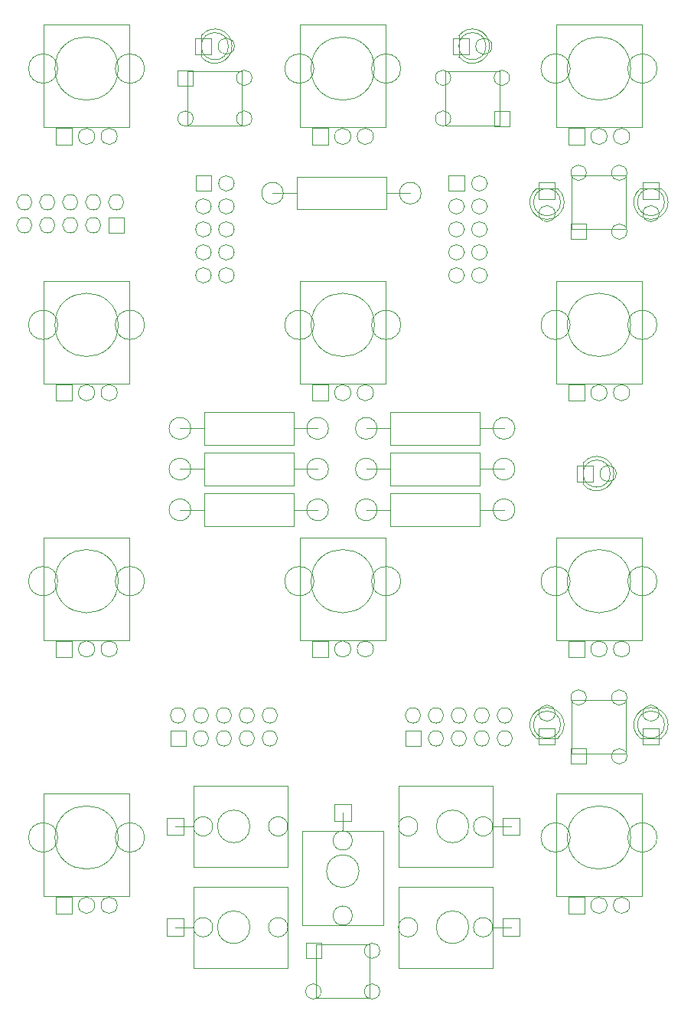
<source format=gbr>
%TF.GenerationSoftware,KiCad,Pcbnew,7.0.1*%
%TF.CreationDate,2023-10-25T20:50:30-07:00*%
%TF.ProjectId,daisy_ampsim_euro_pcb,64616973-795f-4616-9d70-73696d5f6575,rev?*%
%TF.SameCoordinates,Original*%
%TF.FileFunction,AssemblyDrawing,Top*%
%FSLAX46Y46*%
G04 Gerber Fmt 4.6, Leading zero omitted, Abs format (unit mm)*
G04 Created by KiCad (PCBNEW 7.0.1) date 2023-10-25 20:50:30*
%MOMM*%
%LPD*%
G01*
G04 APERTURE LIST*
%ADD10C,0.100000*%
G04 APERTURE END LIST*
D10*
%TO.C,R1*%
X87620000Y-63000000D02*
X84950000Y-63000000D01*
X84950000Y-64800000D02*
X84950000Y-61200000D01*
X84950000Y-61200000D02*
X75050000Y-61200000D01*
X75050000Y-64800000D02*
X84950000Y-64800000D01*
X75050000Y-61200000D02*
X75050000Y-64800000D01*
X72380000Y-63000000D02*
X75050000Y-63000000D01*
%TO.C,SW2*%
X97500000Y-55500000D02*
X97500000Y-49500000D01*
X97500000Y-55500000D02*
X91500000Y-55500000D01*
X97500000Y-49500000D02*
X91500000Y-49500000D01*
X91500000Y-55500000D02*
X91500000Y-49500000D01*
%TO.C,R2*%
X82750000Y-89000000D02*
X85420000Y-89000000D01*
X85420000Y-87200000D02*
X85420000Y-90800000D01*
X85420000Y-90800000D02*
X95320000Y-90800000D01*
X95320000Y-87200000D02*
X85420000Y-87200000D01*
X95320000Y-90800000D02*
X95320000Y-87200000D01*
X97990000Y-89000000D02*
X95320000Y-89000000D01*
%TO.C,D7*%
X101583810Y-123255000D02*
X103916190Y-123255000D01*
X103915475Y-123255554D02*
G75*
G03*
X101583810Y-123254999I-1165475J1500554D01*
G01*
X104250000Y-121755000D02*
G75*
G03*
X104250000Y-121755000I-1500000J0D01*
G01*
%TO.C,SW1*%
X63000000Y-49500000D02*
X63000000Y-55500000D01*
X63000000Y-49500000D02*
X69000000Y-49500000D01*
X63000000Y-55500000D02*
X69000000Y-55500000D01*
X69000000Y-49500000D02*
X69000000Y-55500000D01*
%TO.C,J1*%
X74080000Y-137500000D02*
X63680000Y-137500000D01*
X61600000Y-133000000D02*
X63630000Y-133000000D01*
X63630000Y-128500000D02*
X63630000Y-137500000D01*
X74080000Y-128500000D02*
X74080000Y-137500000D01*
X74080000Y-128500000D02*
X63680000Y-128500000D01*
X69880000Y-133000000D02*
G75*
G03*
X69880000Y-133000000I-1800000J0D01*
G01*
%TO.C,RV3*%
X103750000Y-55725000D02*
X103750000Y-44375000D01*
X113250000Y-55725000D02*
X103750000Y-55725000D01*
X113250000Y-55725000D02*
X113250000Y-44375000D01*
X113250000Y-44375000D02*
X103750000Y-44375000D01*
X112000000Y-49225000D02*
G75*
G03*
X112000000Y-49225000I-3500000J0D01*
G01*
%TO.C,D5*%
X106745000Y-92833810D02*
X106745000Y-95166190D01*
X106744446Y-95165475D02*
G75*
G03*
X106745001Y-92833810I1500554J1165475D01*
G01*
X109745000Y-94000000D02*
G75*
G03*
X109745000Y-94000000I-1500000J0D01*
G01*
%TO.C,R7*%
X62130000Y-98000000D02*
X64800000Y-98000000D01*
X64800000Y-96200000D02*
X64800000Y-99800000D01*
X64800000Y-99800000D02*
X74700000Y-99800000D01*
X74700000Y-96200000D02*
X64800000Y-96200000D01*
X74700000Y-99800000D02*
X74700000Y-96200000D01*
X77370000Y-98000000D02*
X74700000Y-98000000D01*
%TO.C,R4*%
X97990000Y-98000000D02*
X95320000Y-98000000D01*
X95320000Y-99800000D02*
X95320000Y-96200000D01*
X95320000Y-96200000D02*
X85420000Y-96200000D01*
X85420000Y-99800000D02*
X95320000Y-99800000D01*
X85420000Y-96200000D02*
X85420000Y-99800000D01*
X82750000Y-98000000D02*
X85420000Y-98000000D01*
%TO.C,RV7*%
X47050000Y-112391666D02*
X47050000Y-101041666D01*
X56550000Y-112391666D02*
X47050000Y-112391666D01*
X56550000Y-112391666D02*
X56550000Y-101041666D01*
X56550000Y-101041666D02*
X47050000Y-101041666D01*
X55300000Y-105891666D02*
G75*
G03*
X55300000Y-105891666I-3500000J0D01*
G01*
%TO.C,J6*%
X86300000Y-139650000D02*
X96700000Y-139650000D01*
X98780000Y-144150000D02*
X96750000Y-144150000D01*
X96750000Y-148650000D02*
X96750000Y-139650000D01*
X86300000Y-148650000D02*
X86300000Y-139650000D01*
X86300000Y-148650000D02*
X96700000Y-148650000D01*
X94100000Y-144150000D02*
G75*
G03*
X94100000Y-144150000I-1800000J0D01*
G01*
%TO.C,RV8*%
X75400000Y-112391666D02*
X75400000Y-101041666D01*
X84900000Y-112391666D02*
X75400000Y-112391666D01*
X84900000Y-112391666D02*
X84900000Y-101041666D01*
X84900000Y-101041666D02*
X75400000Y-101041666D01*
X83650000Y-105891666D02*
G75*
G03*
X83650000Y-105891666I-3500000J0D01*
G01*
%TO.C,D4*%
X115416190Y-62495000D02*
X113083810Y-62495000D01*
X113084525Y-62494446D02*
G75*
G03*
X115416190Y-62495001I1165475J-1500554D01*
G01*
X115750000Y-63995000D02*
G75*
G03*
X115750000Y-63995000I-1500000J0D01*
G01*
%TO.C,RV11*%
X103750000Y-140725000D02*
X103750000Y-129375000D01*
X113250000Y-140725000D02*
X103750000Y-140725000D01*
X113250000Y-140725000D02*
X113250000Y-129375000D01*
X113250000Y-129375000D02*
X103750000Y-129375000D01*
X112000000Y-134225000D02*
G75*
G03*
X112000000Y-134225000I-3500000J0D01*
G01*
%TO.C,RV2*%
X75400000Y-55725000D02*
X75400000Y-44375000D01*
X84900000Y-55725000D02*
X75400000Y-55725000D01*
X84900000Y-55725000D02*
X84900000Y-44375000D01*
X84900000Y-44375000D02*
X75400000Y-44375000D01*
X83650000Y-49225000D02*
G75*
G03*
X83650000Y-49225000I-3500000J0D01*
G01*
%TO.C,D6*%
X113083810Y-123255000D02*
X115416190Y-123255000D01*
X115415475Y-123255554D02*
G75*
G03*
X113083810Y-123254999I-1165475J1500554D01*
G01*
X115750000Y-121755000D02*
G75*
G03*
X115750000Y-121755000I-1500000J0D01*
G01*
%TO.C,RV5*%
X75400000Y-84058333D02*
X75400000Y-72708333D01*
X84900000Y-84058333D02*
X75400000Y-84058333D01*
X84900000Y-84058333D02*
X84900000Y-72708333D01*
X84900000Y-72708333D02*
X75400000Y-72708333D01*
X83650000Y-77558333D02*
G75*
G03*
X83650000Y-77558333I-3500000J0D01*
G01*
%TO.C,D1*%
X64495000Y-45583810D02*
X64495000Y-47916190D01*
X64494446Y-47915475D02*
G75*
G03*
X64495001Y-45583810I1500554J1165475D01*
G01*
X67495000Y-46750000D02*
G75*
G03*
X67495000Y-46750000I-1500000J0D01*
G01*
%TO.C,RV10*%
X47050000Y-140725000D02*
X47050000Y-129375000D01*
X56550000Y-140725000D02*
X47050000Y-140725000D01*
X56550000Y-140725000D02*
X56550000Y-129375000D01*
X56550000Y-129375000D02*
X47050000Y-129375000D01*
X55300000Y-134225000D02*
G75*
G03*
X55300000Y-134225000I-3500000J0D01*
G01*
%TO.C,D2*%
X92995000Y-45583810D02*
X92995000Y-47916190D01*
X92994446Y-47915475D02*
G75*
G03*
X92995001Y-45583810I1500554J1165475D01*
G01*
X95995000Y-46750000D02*
G75*
G03*
X95995000Y-46750000I-1500000J0D01*
G01*
%TO.C,RV4*%
X47050000Y-84058333D02*
X47050000Y-72708333D01*
X56550000Y-84058333D02*
X47050000Y-84058333D01*
X56550000Y-84058333D02*
X56550000Y-72708333D01*
X56550000Y-72708333D02*
X47050000Y-72708333D01*
X55300000Y-77558333D02*
G75*
G03*
X55300000Y-77558333I-3500000J0D01*
G01*
%TO.C,D3*%
X103916190Y-62495000D02*
X101583810Y-62495000D01*
X101584525Y-62494446D02*
G75*
G03*
X103916190Y-62495001I1165475J-1500554D01*
G01*
X104250000Y-63995000D02*
G75*
G03*
X104250000Y-63995000I-1500000J0D01*
G01*
%TO.C,J2*%
X74080000Y-148650000D02*
X63680000Y-148650000D01*
X61600000Y-144150000D02*
X63630000Y-144150000D01*
X63630000Y-139650000D02*
X63630000Y-148650000D01*
X74080000Y-139650000D02*
X74080000Y-148650000D01*
X74080000Y-139650000D02*
X63680000Y-139650000D01*
X69880000Y-144150000D02*
G75*
G03*
X69880000Y-144150000I-1800000J0D01*
G01*
%TO.C,R3*%
X97990000Y-93500000D02*
X95320000Y-93500000D01*
X95320000Y-95300000D02*
X95320000Y-91700000D01*
X95320000Y-91700000D02*
X85420000Y-91700000D01*
X85420000Y-95300000D02*
X95320000Y-95300000D01*
X85420000Y-91700000D02*
X85420000Y-95300000D01*
X82750000Y-93500000D02*
X85420000Y-93500000D01*
%TO.C,J3*%
X75650000Y-143944794D02*
X75650000Y-133544794D01*
X80150000Y-131464794D02*
X80150000Y-133494794D01*
X84650000Y-133494794D02*
X75650000Y-133494794D01*
X84650000Y-143944794D02*
X75650000Y-143944794D01*
X84650000Y-143944794D02*
X84650000Y-133544794D01*
X81950000Y-137944794D02*
G75*
G03*
X81950000Y-137944794I-1800000J0D01*
G01*
%TO.C,RV1*%
X47050000Y-55725000D02*
X47050000Y-44375000D01*
X56550000Y-55725000D02*
X47050000Y-55725000D01*
X56550000Y-55725000D02*
X56550000Y-44375000D01*
X56550000Y-44375000D02*
X47050000Y-44375000D01*
X55300000Y-49225000D02*
G75*
G03*
X55300000Y-49225000I-3500000J0D01*
G01*
%TO.C,J5*%
X86300000Y-128500000D02*
X96700000Y-128500000D01*
X98780000Y-133000000D02*
X96750000Y-133000000D01*
X96750000Y-137500000D02*
X96750000Y-128500000D01*
X86300000Y-137500000D02*
X86300000Y-128500000D01*
X86300000Y-137500000D02*
X96700000Y-137500000D01*
X94100000Y-133000000D02*
G75*
G03*
X94100000Y-133000000I-1800000J0D01*
G01*
%TO.C,RV6*%
X103750000Y-84058333D02*
X103750000Y-72708333D01*
X113250000Y-84058333D02*
X103750000Y-84058333D01*
X113250000Y-84058333D02*
X113250000Y-72708333D01*
X113250000Y-72708333D02*
X103750000Y-72708333D01*
X112000000Y-77558333D02*
G75*
G03*
X112000000Y-77558333I-3500000J0D01*
G01*
%TO.C,SW4*%
X105500000Y-125000000D02*
X111500000Y-125000000D01*
X105500000Y-125000000D02*
X105500000Y-119000000D01*
X111500000Y-125000000D02*
X111500000Y-119000000D01*
X105500000Y-119000000D02*
X111500000Y-119000000D01*
%TO.C,R6*%
X62130000Y-93500000D02*
X64800000Y-93500000D01*
X64800000Y-91700000D02*
X64800000Y-95300000D01*
X64800000Y-95300000D02*
X74700000Y-95300000D01*
X74700000Y-91700000D02*
X64800000Y-91700000D01*
X74700000Y-95300000D02*
X74700000Y-91700000D01*
X77370000Y-93500000D02*
X74700000Y-93500000D01*
%TO.C,RV9*%
X103750000Y-112391666D02*
X103750000Y-101041666D01*
X113250000Y-112391666D02*
X103750000Y-112391666D01*
X113250000Y-112391666D02*
X113250000Y-101041666D01*
X113250000Y-101041666D02*
X103750000Y-101041666D01*
X112000000Y-105891666D02*
G75*
G03*
X112000000Y-105891666I-3500000J0D01*
G01*
%TO.C,SW3*%
X105500000Y-67000000D02*
X111500000Y-67000000D01*
X105500000Y-67000000D02*
X105500000Y-61000000D01*
X111500000Y-67000000D02*
X111500000Y-61000000D01*
X105500000Y-61000000D02*
X111500000Y-61000000D01*
%TO.C,SW5*%
X77150000Y-146000000D02*
X77150000Y-152000000D01*
X77150000Y-146000000D02*
X83150000Y-146000000D01*
X77150000Y-152000000D02*
X83150000Y-152000000D01*
X83150000Y-146000000D02*
X83150000Y-152000000D01*
%TO.C,R5*%
X62130000Y-89000000D02*
X64800000Y-89000000D01*
X64800000Y-87200000D02*
X64800000Y-90800000D01*
X64800000Y-90800000D02*
X74700000Y-90800000D01*
X74700000Y-87200000D02*
X64800000Y-87200000D01*
X74700000Y-90800000D02*
X74700000Y-87200000D01*
X77370000Y-89000000D02*
X74700000Y-89000000D01*
%TD*%
%TO.C,R1*%
X88820000Y-63000000D02*
G75*
G03*
X88820000Y-63000000I-1200000J0D01*
G01*
X73580000Y-63000000D02*
X73580000Y-63000000D01*
X73580000Y-63000000D02*
G75*
G03*
X71180000Y-63000000I-1200000J0D01*
G01*
X71180000Y-63000000D02*
X71180000Y-63000000D01*
X71180000Y-63000000D02*
G75*
G03*
X73580000Y-63000000I1200000J0D01*
G01*
%TD*%
%TO.C,SW2*%
X96900000Y-53900000D02*
X96900000Y-55600000D01*
X98600000Y-55600000D01*
X98600000Y-53900000D01*
X96900000Y-53900000D01*
X92100000Y-54750000D02*
G75*
G03*
X92100000Y-54750000I-850000J0D01*
G01*
X98600000Y-50250000D02*
G75*
G03*
X98600000Y-50250000I-850000J0D01*
G01*
X92100000Y-50250000D02*
G75*
G03*
X92100000Y-50250000I-850000J0D01*
G01*
%TD*%
%TO.C,R2*%
X83950000Y-89000000D02*
G75*
G03*
X83950000Y-89000000I-1200000J0D01*
G01*
X96790000Y-89000000D02*
X96790000Y-89000000D01*
X96790000Y-89000000D02*
G75*
G03*
X99190000Y-89000000I1200000J0D01*
G01*
X99190000Y-89000000D02*
X99190000Y-89000000D01*
X99190000Y-89000000D02*
G75*
G03*
X96790000Y-89000000I-1200000J0D01*
G01*
%TD*%
%TO.C,D7*%
X101850000Y-122125000D02*
X101850000Y-123925000D01*
X103650000Y-123925000D01*
X103650000Y-122125000D01*
X101850000Y-122125000D01*
X103650000Y-120485000D02*
G75*
G03*
X103650000Y-120485000I-900000J0D01*
G01*
%TD*%
%TO.C,SW1*%
X61900000Y-49400000D02*
X61900000Y-51100000D01*
X63600000Y-51100000D01*
X63600000Y-49400000D01*
X61900000Y-49400000D01*
X70100000Y-50250000D02*
G75*
G03*
X70100000Y-50250000I-850000J0D01*
G01*
X63600000Y-54750000D02*
G75*
G03*
X63600000Y-54750000I-850000J0D01*
G01*
X70100000Y-54750000D02*
G75*
G03*
X70100000Y-54750000I-850000J0D01*
G01*
%TD*%
%TO.C,J1*%
X60685000Y-132035000D02*
X60685000Y-133965000D01*
X62515000Y-133965000D01*
X62515000Y-132035000D01*
X60685000Y-132035000D01*
X74065000Y-133000000D02*
G75*
G03*
X74065000Y-133000000I-1065000J0D01*
G01*
X65765000Y-133000000D02*
G75*
G03*
X65765000Y-133000000I-1065000J0D01*
G01*
%TD*%
%TO.C,RV3*%
X105320000Y-49225000D02*
G75*
G03*
X105320000Y-49225000I-1620000J0D01*
G01*
X114920000Y-49225000D02*
G75*
G03*
X114920000Y-49225000I-1620000J0D01*
G01*
X105100000Y-55825000D02*
X105100000Y-57625000D01*
X106900000Y-57625000D01*
X106900000Y-55825000D01*
X105100000Y-55825000D01*
X109400000Y-56725000D02*
G75*
G03*
X109400000Y-56725000I-900000J0D01*
G01*
X111900000Y-56725000D02*
G75*
G03*
X111900000Y-56725000I-900000J0D01*
G01*
%TD*%
%TO.C,D5*%
X106075000Y-93100000D02*
X106075000Y-94900000D01*
X107875000Y-94900000D01*
X107875000Y-93100000D01*
X106075000Y-93100000D01*
X110415000Y-94000000D02*
G75*
G03*
X110415000Y-94000000I-900000J0D01*
G01*
%TD*%
%TO.C,R7*%
X63330000Y-98000000D02*
G75*
G03*
X63330000Y-98000000I-1200000J0D01*
G01*
X76170000Y-98000000D02*
X76170000Y-98000000D01*
X76170000Y-98000000D02*
G75*
G03*
X78570000Y-98000000I1200000J0D01*
G01*
X78570000Y-98000000D02*
X78570000Y-98000000D01*
X78570000Y-98000000D02*
G75*
G03*
X76170000Y-98000000I-1200000J0D01*
G01*
%TD*%
%TO.C,R4*%
X99190000Y-98000000D02*
G75*
G03*
X99190000Y-98000000I-1200000J0D01*
G01*
X83950000Y-98000000D02*
X83950000Y-98000000D01*
X83950000Y-98000000D02*
G75*
G03*
X81550000Y-98000000I-1200000J0D01*
G01*
X81550000Y-98000000D02*
X81550000Y-98000000D01*
X81550000Y-98000000D02*
G75*
G03*
X83950000Y-98000000I1200000J0D01*
G01*
%TD*%
%TO.C,RV7*%
X48620000Y-105891666D02*
G75*
G03*
X48620000Y-105891666I-1620000J0D01*
G01*
X58220000Y-105891666D02*
G75*
G03*
X58220000Y-105891666I-1620000J0D01*
G01*
X48400000Y-112491666D02*
X48400000Y-114291666D01*
X50200000Y-114291666D01*
X50200000Y-112491666D01*
X48400000Y-112491666D01*
X52700000Y-113391666D02*
G75*
G03*
X52700000Y-113391666I-900000J0D01*
G01*
X55200000Y-113391666D02*
G75*
G03*
X55200000Y-113391666I-900000J0D01*
G01*
%TD*%
%TO.C,J6*%
X97865000Y-143185000D02*
X97865000Y-145115000D01*
X99695000Y-145115000D01*
X99695000Y-143185000D01*
X97865000Y-143185000D01*
X88445000Y-144150000D02*
G75*
G03*
X88445000Y-144150000I-1065000J0D01*
G01*
X96745000Y-144150000D02*
G75*
G03*
X96745000Y-144150000I-1065000J0D01*
G01*
%TD*%
%TO.C,RV8*%
X76970000Y-105891666D02*
G75*
G03*
X76970000Y-105891666I-1620000J0D01*
G01*
X86570000Y-105891666D02*
G75*
G03*
X86570000Y-105891666I-1620000J0D01*
G01*
X76750000Y-112491666D02*
X76750000Y-114291666D01*
X78550000Y-114291666D01*
X78550000Y-112491666D01*
X76750000Y-112491666D01*
X81050000Y-113391666D02*
G75*
G03*
X81050000Y-113391666I-900000J0D01*
G01*
X83550000Y-113391666D02*
G75*
G03*
X83550000Y-113391666I-900000J0D01*
G01*
%TD*%
%TO.C,D4*%
X113350000Y-61825000D02*
X113350000Y-63625000D01*
X115150000Y-63625000D01*
X115150000Y-61825000D01*
X113350000Y-61825000D01*
X115150000Y-65265000D02*
G75*
G03*
X115150000Y-65265000I-900000J0D01*
G01*
%TD*%
%TO.C,RV11*%
X105320000Y-134225000D02*
G75*
G03*
X105320000Y-134225000I-1620000J0D01*
G01*
X114920000Y-134225000D02*
G75*
G03*
X114920000Y-134225000I-1620000J0D01*
G01*
X105100000Y-140825000D02*
X105100000Y-142625000D01*
X106900000Y-142625000D01*
X106900000Y-140825000D01*
X105100000Y-140825000D01*
X109400000Y-141725000D02*
G75*
G03*
X109400000Y-141725000I-900000J0D01*
G01*
X111900000Y-141725000D02*
G75*
G03*
X111900000Y-141725000I-900000J0D01*
G01*
%TD*%
%TO.C,RV2*%
X76970000Y-49225000D02*
G75*
G03*
X76970000Y-49225000I-1620000J0D01*
G01*
X86570000Y-49225000D02*
G75*
G03*
X86570000Y-49225000I-1620000J0D01*
G01*
X76750000Y-55825000D02*
X76750000Y-57625000D01*
X78550000Y-57625000D01*
X78550000Y-55825000D01*
X76750000Y-55825000D01*
X81050000Y-56725000D02*
G75*
G03*
X81050000Y-56725000I-900000J0D01*
G01*
X83550000Y-56725000D02*
G75*
G03*
X83550000Y-56725000I-900000J0D01*
G01*
%TD*%
%TO.C,D6*%
X113350000Y-122125000D02*
X113350000Y-123925000D01*
X115150000Y-123925000D01*
X115150000Y-122125000D01*
X113350000Y-122125000D01*
X115150000Y-120485000D02*
G75*
G03*
X115150000Y-120485000I-900000J0D01*
G01*
%TD*%
%TO.C,RV5*%
X76970000Y-77558333D02*
G75*
G03*
X76970000Y-77558333I-1620000J0D01*
G01*
X86570000Y-77558333D02*
G75*
G03*
X86570000Y-77558333I-1620000J0D01*
G01*
X76750000Y-84158333D02*
X76750000Y-85958333D01*
X78550000Y-85958333D01*
X78550000Y-84158333D01*
X76750000Y-84158333D01*
X81050000Y-85058333D02*
G75*
G03*
X81050000Y-85058333I-900000J0D01*
G01*
X83550000Y-85058333D02*
G75*
G03*
X83550000Y-85058333I-900000J0D01*
G01*
%TD*%
%TO.C,D1*%
X63825000Y-45850000D02*
X63825000Y-47650000D01*
X65625000Y-47650000D01*
X65625000Y-45850000D01*
X63825000Y-45850000D01*
X68165000Y-46750000D02*
G75*
G03*
X68165000Y-46750000I-900000J0D01*
G01*
%TD*%
%TO.C,RV10*%
X48620000Y-134225000D02*
G75*
G03*
X48620000Y-134225000I-1620000J0D01*
G01*
X58220000Y-134225000D02*
G75*
G03*
X58220000Y-134225000I-1620000J0D01*
G01*
X48400000Y-140825000D02*
X48400000Y-142625000D01*
X50200000Y-142625000D01*
X50200000Y-140825000D01*
X48400000Y-140825000D01*
X52700000Y-141725000D02*
G75*
G03*
X52700000Y-141725000I-900000J0D01*
G01*
X55200000Y-141725000D02*
G75*
G03*
X55200000Y-141725000I-900000J0D01*
G01*
%TD*%
%TO.C,D2*%
X92325000Y-45850000D02*
X92325000Y-47650000D01*
X94125000Y-47650000D01*
X94125000Y-45850000D01*
X92325000Y-45850000D01*
X96665000Y-46750000D02*
G75*
G03*
X96665000Y-46750000I-900000J0D01*
G01*
%TD*%
%TO.C,RV4*%
X48620000Y-77558333D02*
G75*
G03*
X48620000Y-77558333I-1620000J0D01*
G01*
X58220000Y-77558333D02*
G75*
G03*
X58220000Y-77558333I-1620000J0D01*
G01*
X48400000Y-84158333D02*
X48400000Y-85958333D01*
X50200000Y-85958333D01*
X50200000Y-84158333D01*
X48400000Y-84158333D01*
X52700000Y-85058333D02*
G75*
G03*
X52700000Y-85058333I-900000J0D01*
G01*
X55200000Y-85058333D02*
G75*
G03*
X55200000Y-85058333I-900000J0D01*
G01*
%TD*%
%TO.C,D3*%
X101850000Y-61825000D02*
X101850000Y-63625000D01*
X103650000Y-63625000D01*
X103650000Y-61825000D01*
X101850000Y-61825000D01*
X103650000Y-65265000D02*
G75*
G03*
X103650000Y-65265000I-900000J0D01*
G01*
%TD*%
%TO.C,J2*%
X60685000Y-143185000D02*
X60685000Y-145115000D01*
X62515000Y-145115000D01*
X62515000Y-143185000D01*
X60685000Y-143185000D01*
X74065000Y-144150000D02*
G75*
G03*
X74065000Y-144150000I-1065000J0D01*
G01*
X65765000Y-144150000D02*
G75*
G03*
X65765000Y-144150000I-1065000J0D01*
G01*
%TD*%
%TO.C,R3*%
X99190000Y-93500000D02*
G75*
G03*
X99190000Y-93500000I-1200000J0D01*
G01*
X83950000Y-93500000D02*
X83950000Y-93500000D01*
X83950000Y-93500000D02*
G75*
G03*
X81550000Y-93500000I-1200000J0D01*
G01*
X81550000Y-93500000D02*
X81550000Y-93500000D01*
X81550000Y-93500000D02*
G75*
G03*
X83950000Y-93500000I1200000J0D01*
G01*
%TD*%
%TO.C,J3*%
X79185000Y-130549794D02*
X79185000Y-132379794D01*
X81115000Y-132379794D01*
X81115000Y-130549794D01*
X79185000Y-130549794D01*
X81215000Y-142864794D02*
G75*
G03*
X81215000Y-142864794I-1065000J0D01*
G01*
X81215000Y-134564794D02*
G75*
G03*
X81215000Y-134564794I-1065000J0D01*
G01*
%TD*%
%TO.C,RV1*%
X48620000Y-49225000D02*
G75*
G03*
X48620000Y-49225000I-1620000J0D01*
G01*
X58220000Y-49225000D02*
G75*
G03*
X58220000Y-49225000I-1620000J0D01*
G01*
X48400000Y-55825000D02*
X48400000Y-57625000D01*
X50200000Y-57625000D01*
X50200000Y-55825000D01*
X48400000Y-55825000D01*
X52700000Y-56725000D02*
G75*
G03*
X52700000Y-56725000I-900000J0D01*
G01*
X55200000Y-56725000D02*
G75*
G03*
X55200000Y-56725000I-900000J0D01*
G01*
%TD*%
%TO.C,J5*%
X97865000Y-132035000D02*
X97865000Y-133965000D01*
X99695000Y-133965000D01*
X99695000Y-132035000D01*
X97865000Y-132035000D01*
X88445000Y-133000000D02*
G75*
G03*
X88445000Y-133000000I-1065000J0D01*
G01*
X96745000Y-133000000D02*
G75*
G03*
X96745000Y-133000000I-1065000J0D01*
G01*
%TD*%
%TO.C,RV6*%
X105320000Y-77558333D02*
G75*
G03*
X105320000Y-77558333I-1620000J0D01*
G01*
X114920000Y-77558333D02*
G75*
G03*
X114920000Y-77558333I-1620000J0D01*
G01*
X105100000Y-84158333D02*
X105100000Y-85958333D01*
X106900000Y-85958333D01*
X106900000Y-84158333D01*
X105100000Y-84158333D01*
X109400000Y-85058333D02*
G75*
G03*
X109400000Y-85058333I-900000J0D01*
G01*
X111900000Y-85058333D02*
G75*
G03*
X111900000Y-85058333I-900000J0D01*
G01*
%TD*%
%TO.C,SW4*%
X105400000Y-124400000D02*
X105400000Y-126100000D01*
X107100000Y-126100000D01*
X107100000Y-124400000D01*
X105400000Y-124400000D01*
X107100000Y-118750000D02*
G75*
G03*
X107100000Y-118750000I-850000J0D01*
G01*
X111600000Y-125250000D02*
G75*
G03*
X111600000Y-125250000I-850000J0D01*
G01*
X111600000Y-118750000D02*
G75*
G03*
X111600000Y-118750000I-850000J0D01*
G01*
%TD*%
%TO.C,R6*%
X63330000Y-93500000D02*
G75*
G03*
X63330000Y-93500000I-1200000J0D01*
G01*
X76170000Y-93500000D02*
X76170000Y-93500000D01*
X76170000Y-93500000D02*
G75*
G03*
X78570000Y-93500000I1200000J0D01*
G01*
X78570000Y-93500000D02*
X78570000Y-93500000D01*
X78570000Y-93500000D02*
G75*
G03*
X76170000Y-93500000I-1200000J0D01*
G01*
%TD*%
%TO.C,RV9*%
X105320000Y-105891666D02*
G75*
G03*
X105320000Y-105891666I-1620000J0D01*
G01*
X114920000Y-105891666D02*
G75*
G03*
X114920000Y-105891666I-1620000J0D01*
G01*
X105100000Y-112491666D02*
X105100000Y-114291666D01*
X106900000Y-114291666D01*
X106900000Y-112491666D01*
X105100000Y-112491666D01*
X109400000Y-113391666D02*
G75*
G03*
X109400000Y-113391666I-900000J0D01*
G01*
X111900000Y-113391666D02*
G75*
G03*
X111900000Y-113391666I-900000J0D01*
G01*
%TD*%
%TO.C,SW3*%
X105400000Y-66400000D02*
X105400000Y-68100000D01*
X107100000Y-68100000D01*
X107100000Y-66400000D01*
X105400000Y-66400000D01*
X107100000Y-60750000D02*
G75*
G03*
X107100000Y-60750000I-850000J0D01*
G01*
X111600000Y-67250000D02*
G75*
G03*
X111600000Y-67250000I-850000J0D01*
G01*
X111600000Y-60750000D02*
G75*
G03*
X111600000Y-60750000I-850000J0D01*
G01*
%TD*%
%TO.C,SW5*%
X76050000Y-145900000D02*
X76050000Y-147600000D01*
X77750000Y-147600000D01*
X77750000Y-145900000D01*
X76050000Y-145900000D01*
X84250000Y-146750000D02*
G75*
G03*
X84250000Y-146750000I-850000J0D01*
G01*
X77750000Y-151250000D02*
G75*
G03*
X77750000Y-151250000I-850000J0D01*
G01*
X84250000Y-151250000D02*
G75*
G03*
X84250000Y-151250000I-850000J0D01*
G01*
%TD*%
%TO.C,R5*%
X63330000Y-89000000D02*
G75*
G03*
X63330000Y-89000000I-1200000J0D01*
G01*
X76170000Y-89000000D02*
X76170000Y-89000000D01*
X76170000Y-89000000D02*
G75*
G03*
X78570000Y-89000000I1200000J0D01*
G01*
X78570000Y-89000000D02*
X78570000Y-89000000D01*
X78570000Y-89000000D02*
G75*
G03*
X76170000Y-89000000I-1200000J0D01*
G01*
%TD*%
%TO.C,J_D1*%
X91880000Y-61070000D02*
X91880000Y-62770000D01*
X93580000Y-62770000D01*
X93580000Y-61070000D01*
X91880000Y-61070000D01*
X96120000Y-61920000D02*
X96120000Y-61920000D01*
X96120000Y-61920000D02*
G75*
G03*
X94420000Y-61920000I-850000J0D01*
G01*
X94420000Y-61920000D02*
X94420000Y-61920000D01*
X94420000Y-61920000D02*
G75*
G03*
X96120000Y-61920000I850000J0D01*
G01*
X93580000Y-64460000D02*
X93580000Y-64460000D01*
X93580000Y-64460000D02*
G75*
G03*
X91880000Y-64460000I-850000J0D01*
G01*
X91880000Y-64460000D02*
X91880000Y-64460000D01*
X91880000Y-64460000D02*
G75*
G03*
X93580000Y-64460000I850000J0D01*
G01*
X96120000Y-64460000D02*
X96120000Y-64460000D01*
X96120000Y-64460000D02*
G75*
G03*
X94420000Y-64460000I-850000J0D01*
G01*
X94420000Y-64460000D02*
X94420000Y-64460000D01*
X94420000Y-64460000D02*
G75*
G03*
X96120000Y-64460000I850000J0D01*
G01*
X93580000Y-67000000D02*
X93580000Y-67000000D01*
X93580000Y-67000000D02*
G75*
G03*
X91880000Y-67000000I-850000J0D01*
G01*
X91880000Y-67000000D02*
X91880000Y-67000000D01*
X91880000Y-67000000D02*
G75*
G03*
X93580000Y-67000000I850000J0D01*
G01*
X96120000Y-67000000D02*
X96120000Y-67000000D01*
X96120000Y-67000000D02*
G75*
G03*
X94420000Y-67000000I-850000J0D01*
G01*
X94420000Y-67000000D02*
X94420000Y-67000000D01*
X94420000Y-67000000D02*
G75*
G03*
X96120000Y-67000000I850000J0D01*
G01*
X93580000Y-69540000D02*
X93580000Y-69540000D01*
X93580000Y-69540000D02*
G75*
G03*
X91880000Y-69540000I-850000J0D01*
G01*
X91880000Y-69540000D02*
X91880000Y-69540000D01*
X91880000Y-69540000D02*
G75*
G03*
X93580000Y-69540000I850000J0D01*
G01*
X96120000Y-69540000D02*
X96120000Y-69540000D01*
X96120000Y-69540000D02*
G75*
G03*
X94420000Y-69540000I-850000J0D01*
G01*
X94420000Y-69540000D02*
X94420000Y-69540000D01*
X94420000Y-69540000D02*
G75*
G03*
X96120000Y-69540000I850000J0D01*
G01*
X93580000Y-72080000D02*
X93580000Y-72080000D01*
X93580000Y-72080000D02*
G75*
G03*
X91880000Y-72080000I-850000J0D01*
G01*
X91880000Y-72080000D02*
X91880000Y-72080000D01*
X91880000Y-72080000D02*
G75*
G03*
X93580000Y-72080000I850000J0D01*
G01*
X96120000Y-72080000D02*
X96120000Y-72080000D01*
X96120000Y-72080000D02*
G75*
G03*
X94420000Y-72080000I-850000J0D01*
G01*
X94420000Y-72080000D02*
X94420000Y-72080000D01*
X94420000Y-72080000D02*
G75*
G03*
X96120000Y-72080000I850000J0D01*
G01*
%TD*%
%TO.C,J_B1*%
X61070000Y-122420000D02*
X61070000Y-124120000D01*
X62770000Y-124120000D01*
X62770000Y-122420000D01*
X61070000Y-122420000D01*
X61920000Y-119880000D02*
X61920000Y-119880000D01*
X61920000Y-119880000D02*
G75*
G03*
X61920000Y-121580000I0J-850000D01*
G01*
X61920000Y-121580000D02*
X61920000Y-121580000D01*
X61920000Y-121580000D02*
G75*
G03*
X61920000Y-119880000I0J850000D01*
G01*
X64460000Y-122420000D02*
X64460000Y-122420000D01*
X64460000Y-122420000D02*
G75*
G03*
X64460000Y-124120000I0J-850000D01*
G01*
X64460000Y-124120000D02*
X64460000Y-124120000D01*
X64460000Y-124120000D02*
G75*
G03*
X64460000Y-122420000I0J850000D01*
G01*
X64460000Y-119880000D02*
X64460000Y-119880000D01*
X64460000Y-119880000D02*
G75*
G03*
X64460000Y-121580000I0J-850000D01*
G01*
X64460000Y-121580000D02*
X64460000Y-121580000D01*
X64460000Y-121580000D02*
G75*
G03*
X64460000Y-119880000I0J850000D01*
G01*
X67000000Y-122420000D02*
X67000000Y-122420000D01*
X67000000Y-122420000D02*
G75*
G03*
X67000000Y-124120000I0J-850000D01*
G01*
X67000000Y-124120000D02*
X67000000Y-124120000D01*
X67000000Y-124120000D02*
G75*
G03*
X67000000Y-122420000I0J850000D01*
G01*
X67000000Y-119880000D02*
X67000000Y-119880000D01*
X67000000Y-119880000D02*
G75*
G03*
X67000000Y-121580000I0J-850000D01*
G01*
X67000000Y-121580000D02*
X67000000Y-121580000D01*
X67000000Y-121580000D02*
G75*
G03*
X67000000Y-119880000I0J850000D01*
G01*
X69540000Y-122420000D02*
X69540000Y-122420000D01*
X69540000Y-122420000D02*
G75*
G03*
X69540000Y-124120000I0J-850000D01*
G01*
X69540000Y-124120000D02*
X69540000Y-124120000D01*
X69540000Y-124120000D02*
G75*
G03*
X69540000Y-122420000I0J850000D01*
G01*
X69540000Y-119880000D02*
X69540000Y-119880000D01*
X69540000Y-119880000D02*
G75*
G03*
X69540000Y-121580000I0J-850000D01*
G01*
X69540000Y-121580000D02*
X69540000Y-121580000D01*
X69540000Y-121580000D02*
G75*
G03*
X69540000Y-119880000I0J850000D01*
G01*
X72080000Y-122420000D02*
X72080000Y-122420000D01*
X72080000Y-122420000D02*
G75*
G03*
X72080000Y-124120000I0J-850000D01*
G01*
X72080000Y-124120000D02*
X72080000Y-124120000D01*
X72080000Y-124120000D02*
G75*
G03*
X72080000Y-122420000I0J850000D01*
G01*
X72080000Y-119880000D02*
X72080000Y-119880000D01*
X72080000Y-119880000D02*
G75*
G03*
X72080000Y-121580000I0J-850000D01*
G01*
X72080000Y-121580000D02*
X72080000Y-121580000D01*
X72080000Y-121580000D02*
G75*
G03*
X72080000Y-119880000I0J850000D01*
G01*
%TD*%
%TO.C,J4*%
X54230000Y-65690000D02*
X54230000Y-67390000D01*
X55930000Y-67390000D01*
X55930000Y-65690000D01*
X54230000Y-65690000D01*
X55080000Y-64850000D02*
X55080000Y-64850000D01*
X55080000Y-64850000D02*
G75*
G03*
X55080000Y-63150000I0J850000D01*
G01*
X55080000Y-63150000D02*
X55080000Y-63150000D01*
X55080000Y-63150000D02*
G75*
G03*
X55080000Y-64850000I0J-850000D01*
G01*
X52540000Y-67390000D02*
X52540000Y-67390000D01*
X52540000Y-67390000D02*
G75*
G03*
X52540000Y-65690000I0J850000D01*
G01*
X52540000Y-65690000D02*
X52540000Y-65690000D01*
X52540000Y-65690000D02*
G75*
G03*
X52540000Y-67390000I0J-850000D01*
G01*
X52540000Y-64850000D02*
X52540000Y-64850000D01*
X52540000Y-64850000D02*
G75*
G03*
X52540000Y-63150000I0J850000D01*
G01*
X52540000Y-63150000D02*
X52540000Y-63150000D01*
X52540000Y-63150000D02*
G75*
G03*
X52540000Y-64850000I0J-850000D01*
G01*
X50000000Y-67390000D02*
X50000000Y-67390000D01*
X50000000Y-67390000D02*
G75*
G03*
X50000000Y-65690000I0J850000D01*
G01*
X50000000Y-65690000D02*
X50000000Y-65690000D01*
X50000000Y-65690000D02*
G75*
G03*
X50000000Y-67390000I0J-850000D01*
G01*
X50000000Y-64850000D02*
X50000000Y-64850000D01*
X50000000Y-64850000D02*
G75*
G03*
X50000000Y-63150000I0J850000D01*
G01*
X50000000Y-63150000D02*
X50000000Y-63150000D01*
X50000000Y-63150000D02*
G75*
G03*
X50000000Y-64850000I0J-850000D01*
G01*
X47460000Y-67390000D02*
X47460000Y-67390000D01*
X47460000Y-67390000D02*
G75*
G03*
X47460000Y-65690000I0J850000D01*
G01*
X47460000Y-65690000D02*
X47460000Y-65690000D01*
X47460000Y-65690000D02*
G75*
G03*
X47460000Y-67390000I0J-850000D01*
G01*
X47460000Y-64850000D02*
X47460000Y-64850000D01*
X47460000Y-64850000D02*
G75*
G03*
X47460000Y-63150000I0J850000D01*
G01*
X47460000Y-63150000D02*
X47460000Y-63150000D01*
X47460000Y-63150000D02*
G75*
G03*
X47460000Y-64850000I0J-850000D01*
G01*
X44920000Y-67390000D02*
X44920000Y-67390000D01*
X44920000Y-67390000D02*
G75*
G03*
X44920000Y-65690000I0J850000D01*
G01*
X44920000Y-65690000D02*
X44920000Y-65690000D01*
X44920000Y-65690000D02*
G75*
G03*
X44920000Y-67390000I0J-850000D01*
G01*
X44920000Y-64850000D02*
X44920000Y-64850000D01*
X44920000Y-64850000D02*
G75*
G03*
X44920000Y-63150000I0J850000D01*
G01*
X44920000Y-63150000D02*
X44920000Y-63150000D01*
X44920000Y-63150000D02*
G75*
G03*
X44920000Y-64850000I0J-850000D01*
G01*
%TD*%
%TO.C,J_A1*%
X63880000Y-61070000D02*
X63880000Y-62770000D01*
X65580000Y-62770000D01*
X65580000Y-61070000D01*
X63880000Y-61070000D01*
X68120000Y-61920000D02*
X68120000Y-61920000D01*
X68120000Y-61920000D02*
G75*
G03*
X66420000Y-61920000I-850000J0D01*
G01*
X66420000Y-61920000D02*
X66420000Y-61920000D01*
X66420000Y-61920000D02*
G75*
G03*
X68120000Y-61920000I850000J0D01*
G01*
X65580000Y-64460000D02*
X65580000Y-64460000D01*
X65580000Y-64460000D02*
G75*
G03*
X63880000Y-64460000I-850000J0D01*
G01*
X63880000Y-64460000D02*
X63880000Y-64460000D01*
X63880000Y-64460000D02*
G75*
G03*
X65580000Y-64460000I850000J0D01*
G01*
X68120000Y-64460000D02*
X68120000Y-64460000D01*
X68120000Y-64460000D02*
G75*
G03*
X66420000Y-64460000I-850000J0D01*
G01*
X66420000Y-64460000D02*
X66420000Y-64460000D01*
X66420000Y-64460000D02*
G75*
G03*
X68120000Y-64460000I850000J0D01*
G01*
X65580000Y-67000000D02*
X65580000Y-67000000D01*
X65580000Y-67000000D02*
G75*
G03*
X63880000Y-67000000I-850000J0D01*
G01*
X63880000Y-67000000D02*
X63880000Y-67000000D01*
X63880000Y-67000000D02*
G75*
G03*
X65580000Y-67000000I850000J0D01*
G01*
X68120000Y-67000000D02*
X68120000Y-67000000D01*
X68120000Y-67000000D02*
G75*
G03*
X66420000Y-67000000I-850000J0D01*
G01*
X66420000Y-67000000D02*
X66420000Y-67000000D01*
X66420000Y-67000000D02*
G75*
G03*
X68120000Y-67000000I850000J0D01*
G01*
X65580000Y-69540000D02*
X65580000Y-69540000D01*
X65580000Y-69540000D02*
G75*
G03*
X63880000Y-69540000I-850000J0D01*
G01*
X63880000Y-69540000D02*
X63880000Y-69540000D01*
X63880000Y-69540000D02*
G75*
G03*
X65580000Y-69540000I850000J0D01*
G01*
X68120000Y-69540000D02*
X68120000Y-69540000D01*
X68120000Y-69540000D02*
G75*
G03*
X66420000Y-69540000I-850000J0D01*
G01*
X66420000Y-69540000D02*
X66420000Y-69540000D01*
X66420000Y-69540000D02*
G75*
G03*
X68120000Y-69540000I850000J0D01*
G01*
X65580000Y-72080000D02*
X65580000Y-72080000D01*
X65580000Y-72080000D02*
G75*
G03*
X63880000Y-72080000I-850000J0D01*
G01*
X63880000Y-72080000D02*
X63880000Y-72080000D01*
X63880000Y-72080000D02*
G75*
G03*
X65580000Y-72080000I850000J0D01*
G01*
X68120000Y-72080000D02*
X68120000Y-72080000D01*
X68120000Y-72080000D02*
G75*
G03*
X66420000Y-72080000I-850000J0D01*
G01*
X66420000Y-72080000D02*
X66420000Y-72080000D01*
X66420000Y-72080000D02*
G75*
G03*
X68120000Y-72080000I850000J0D01*
G01*
%TD*%
%TO.C,J_C1*%
X87070000Y-122420000D02*
X87070000Y-124120000D01*
X88770000Y-124120000D01*
X88770000Y-122420000D01*
X87070000Y-122420000D01*
X87920000Y-119880000D02*
X87920000Y-119880000D01*
X87920000Y-119880000D02*
G75*
G03*
X87920000Y-121580000I0J-850000D01*
G01*
X87920000Y-121580000D02*
X87920000Y-121580000D01*
X87920000Y-121580000D02*
G75*
G03*
X87920000Y-119880000I0J850000D01*
G01*
X90460000Y-122420000D02*
X90460000Y-122420000D01*
X90460000Y-122420000D02*
G75*
G03*
X90460000Y-124120000I0J-850000D01*
G01*
X90460000Y-124120000D02*
X90460000Y-124120000D01*
X90460000Y-124120000D02*
G75*
G03*
X90460000Y-122420000I0J850000D01*
G01*
X90460000Y-119880000D02*
X90460000Y-119880000D01*
X90460000Y-119880000D02*
G75*
G03*
X90460000Y-121580000I0J-850000D01*
G01*
X90460000Y-121580000D02*
X90460000Y-121580000D01*
X90460000Y-121580000D02*
G75*
G03*
X90460000Y-119880000I0J850000D01*
G01*
X93000000Y-122420000D02*
X93000000Y-122420000D01*
X93000000Y-122420000D02*
G75*
G03*
X93000000Y-124120000I0J-850000D01*
G01*
X93000000Y-124120000D02*
X93000000Y-124120000D01*
X93000000Y-124120000D02*
G75*
G03*
X93000000Y-122420000I0J850000D01*
G01*
X93000000Y-119880000D02*
X93000000Y-119880000D01*
X93000000Y-119880000D02*
G75*
G03*
X93000000Y-121580000I0J-850000D01*
G01*
X93000000Y-121580000D02*
X93000000Y-121580000D01*
X93000000Y-121580000D02*
G75*
G03*
X93000000Y-119880000I0J850000D01*
G01*
X95540000Y-122420000D02*
X95540000Y-122420000D01*
X95540000Y-122420000D02*
G75*
G03*
X95540000Y-124120000I0J-850000D01*
G01*
X95540000Y-124120000D02*
X95540000Y-124120000D01*
X95540000Y-124120000D02*
G75*
G03*
X95540000Y-122420000I0J850000D01*
G01*
X95540000Y-119880000D02*
X95540000Y-119880000D01*
X95540000Y-119880000D02*
G75*
G03*
X95540000Y-121580000I0J-850000D01*
G01*
X95540000Y-121580000D02*
X95540000Y-121580000D01*
X95540000Y-121580000D02*
G75*
G03*
X95540000Y-119880000I0J850000D01*
G01*
X98080000Y-122420000D02*
X98080000Y-122420000D01*
X98080000Y-122420000D02*
G75*
G03*
X98080000Y-124120000I0J-850000D01*
G01*
X98080000Y-124120000D02*
X98080000Y-124120000D01*
X98080000Y-124120000D02*
G75*
G03*
X98080000Y-122420000I0J850000D01*
G01*
X98080000Y-119880000D02*
X98080000Y-119880000D01*
X98080000Y-119880000D02*
G75*
G03*
X98080000Y-121580000I0J-850000D01*
G01*
X98080000Y-121580000D02*
X98080000Y-121580000D01*
X98080000Y-121580000D02*
G75*
G03*
X98080000Y-119880000I0J850000D01*
G01*
%TD*%
M02*

</source>
